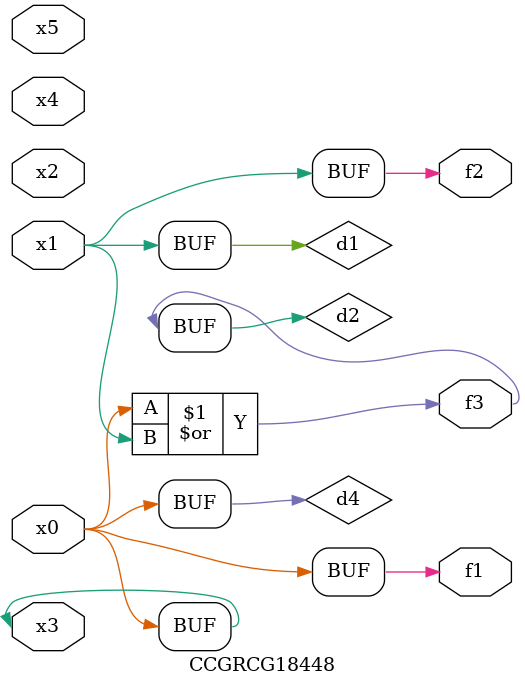
<source format=v>
module CCGRCG18448(
	input x0, x1, x2, x3, x4, x5,
	output f1, f2, f3
);

	wire d1, d2, d3, d4;

	and (d1, x1);
	or (d2, x0, x1);
	nand (d3, x0, x5);
	buf (d4, x0, x3);
	assign f1 = d4;
	assign f2 = d1;
	assign f3 = d2;
endmodule

</source>
